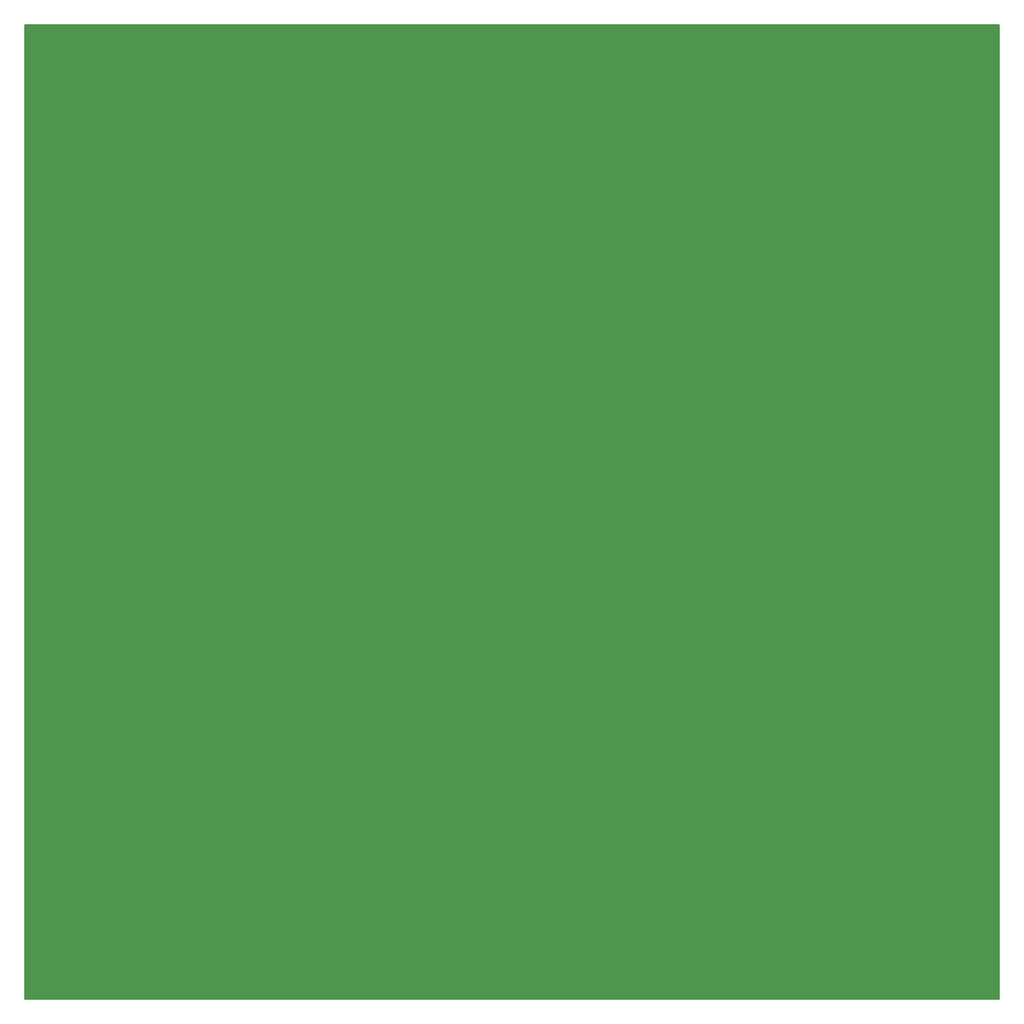
<source format=gbs>
G04 #@! TF.GenerationSoftware,KiCad,Pcbnew,7.0.9-1.fc39*
G04 #@! TF.CreationDate,2023-12-18T12:22:02-05:00*
G04 #@! TF.ProjectId,SYSMATT-WS2812-MATRIX-CARRIER-BLANK,5359534d-4154-4542-9d57-53323831322d,rev?*
G04 #@! TF.SameCoordinates,Original*
G04 #@! TF.FileFunction,Soldermask,Bot*
G04 #@! TF.FilePolarity,Negative*
%FSLAX46Y46*%
G04 Gerber Fmt 4.6, Leading zero omitted, Abs format (unit mm)*
G04 Created by KiCad (PCBNEW 7.0.9-1.fc39) date 2023-12-18 12:22:02*
%MOMM*%
%LPD*%
G01*
G04 APERTURE LIST*
%ADD10C,0.150000*%
G04 APERTURE END LIST*
D10*
X20000000Y-20000000D02*
X180000000Y-20000000D01*
X180000000Y-180000000D01*
X20000000Y-180000000D01*
X20000000Y-20000000D01*
G36*
X20000000Y-20000000D02*
G01*
X180000000Y-20000000D01*
X180000000Y-180000000D01*
X20000000Y-180000000D01*
X20000000Y-20000000D01*
G37*
M02*

</source>
